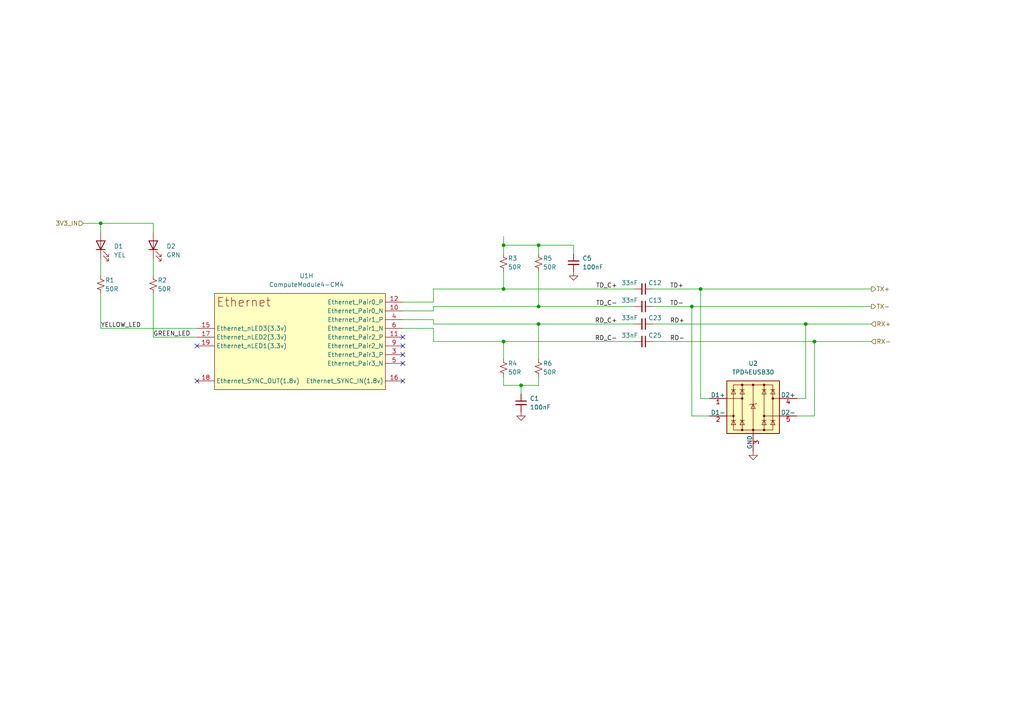
<source format=kicad_sch>
(kicad_sch (version 20231120) (generator "eeschema") (generator_version "8.0")
  (paper "A4")
  (lib_symbols
    (symbol "Device:C_Small" (pin_numbers hide) (pin_names (offset 0.254) hide)
      (property "Reference" "C" (at 0.254 1.778 0))
      (property "Value" "C_Small" (at 0.254 -2.032 0))
      (symbol "C_Small_0_1"
        (polyline (pts (xy -1.524 -0.508) (xy 1.524 -0.508)) (stroke (width 0.3302)))
        (polyline (pts (xy -1.524 0.508) (xy 1.524 0.508)) (stroke (width 0.3048)))
      )
      (symbol "C_Small_1_1"
        (pin passive line (at 0 2.54 270) (length 2.032) (name "~") (number "1"))
        (pin passive line (at 0 -2.54 90) (length 2.032) (name "~") (number "2"))
      )
    )
    (symbol "Device:LED" (pin_numbers hide) (pin_names (offset 1.016) hide)
      (property "Reference" "D" (at 0 2.54 0))
      (property "Value" "LED" (at 0 -2.54 0))
      (symbol "LED_0_1"
        (polyline (pts (xy -1.27 -1.27) (xy -1.27 1.27)) (stroke (width 0.254)))
        (polyline (pts (xy -1.27 0) (xy 1.27 0)))
        (polyline (pts (xy 1.27 -1.27) (xy 1.27 1.27) (xy -1.27 0) (xy 1.27 -1.27)) (stroke (width 0.254)))
        (polyline (pts (xy -3.048 -0.762) (xy -4.572 -2.286) (xy -3.81 -2.286) (xy -4.572 -2.286) (xy -4.572 -1.524)))
        (polyline (pts (xy -1.778 -0.762) (xy -3.302 -2.286) (xy -2.54 -2.286) (xy -3.302 -2.286) (xy -3.302 -1.524)))
      )
      (symbol "LED_1_1"
        (pin passive line (at -3.81 0 0) (length 2.54) (name "K") (number "1"))
        (pin passive line (at 3.81 0 180) (length 2.54) (name "A") (number "2"))
      )
    )
    (symbol "Device:R_Small_US" (pin_numbers hide) (pin_names (offset 0.254) hide)
      (property "Reference" "R" (at 0.762 0.508 0))
      (property "Value" "R_Small_US" (at 0.762 -1.016 0))
      (symbol "R_Small_US_1_1"
        (polyline (pts (xy 0 0) (xy 1.016 -0.381) (xy 0 -0.762) (xy -1.016 -1.143) (xy 0 -1.524)))
        (polyline (pts (xy 0 1.524) (xy 1.016 1.143) (xy 0 0.762) (xy -1.016 0.381) (xy 0 0)))
        (pin passive line (at 0 2.54 270) (length 1.016) (name "~") (number "1"))
        (pin passive line (at 0 -2.54 90) (length 1.016) (name "~") (number "2"))
      )
    )
    (symbol "Module_cm4:ComputeModule4-CM4"
      (property "Reference" "U1" (at 22.86 5.08 0))
      (property "Value" "ComputeModule4-CM4" (at 22.86 2.54 0))
      (symbol "ComputeModule4-CM4_1_1"
        (rectangle (start 0 0) (end 78.74 -78.74) (fill (type background)))
        (text "GPIO" (at 72.644 -3.556 0) (effects (font (size 2.54 2.54))))
        (pin passive line (at -49.53 -7.62 0) (length 5.08) hide (name "Reserved") (number "104"))
        (pin passive line (at -49.53 -10.16 0) (length 5.08) hide (name "Reserved") (number "106"))
        (pin passive line (at -5.08 -68.58 0) (length 5.08) (name "GPIO26/SD0_DAT2/DPI_D22/SD1_DAT2/ARM_TDI/SPI5_CE1_N") (number "24"))
        (pin passive line (at -5.08 -55.88 0) (length 5.08) (name "GPIO21/PCM_DOUT/SD13/DPI_D17/SPI6_SCLK/SPI1_SCLK/GPCLK1") (number "25"))
        (pin passive line (at -5.08 -50.8 0) (length 5.08) (name "GPIO19/PCM_FS/SD11/DPI_D15/SPI6_MISO/SPI1_MISO/PWM0_1") (number "26"))
        (pin passive line (at -5.08 -53.34 0) (length 5.08) (name "GPIO20/PCM_DIN/SD12/DPI_D16/SPI6_MOSI/SPI1_MOSI/GPCLK0") (number "27"))
        (pin passive line (at -5.08 -35.56 0) (length 5.08) (name "GPIO13/PWM0_1/SD5/DPI_D9/SPI5_MISO/RXD5/SCL5") (number "28"))
        (pin passive line (at -5.08 -43.18 0) (length 5.08) (name "GPIO16/SD8/DPI_D12/CTS0/SPI1_CE2_N/CTS1") (number "29"))
        (pin passive line (at -5.08 -17.78 0) (length 5.08) (name "GPIO6/GPCLK2/SDE_N/SE/DPI_D2/SPI4_MOSI/CTS3/SDA4") (number "30"))
        (pin passive line (at -5.08 -33.02 0) (length 5.08) (name "GPIO12/PWM0_0/SD4/DPI_D8/SPI5_CE0_N/TXD5/SDA5") (number "31"))
        (pin passive line (at -5.08 -15.24 0) (length 5.08) (name "GPIO5/GPCLK1/SA0/DPI_D1/SPI4_MISO/RXD3/SCL3") (number "34"))
        (pin passive line (at -5.08 -5.08 0) (length 5.08) (name "GPIO1/SCL0/SA4/DE/SPI3_MISO/RXD2/SCL6") (number "35"))
        (pin passive line (at -5.08 -2.54 0) (length 5.08) (name "GPIO0/SDA0/SA5/PCLK/SPI3_CE0_N/TXD2/SDA6") (number "36"))
        (pin passive line (at -5.08 -20.32 0) (length 5.08) (name "GPIO7/SPI0_CE1_N/SWE_N/SRW_N/DPI_D3/SPI4_SCLK/RTS3/SCL4") (number "37"))
        (pin passive line (at -5.08 -30.48 0) (length 5.08) (name "GPIO11/SPI0_SCLK/SD3/DPI_D7/BSCSL_SCL/BSCSL_SCLK/RTS4/SCL5") (number "38"))
        (pin passive line (at -5.08 -22.86 0) (length 5.08) (name "GPIO8/SPI0_CE0_N/SD0/DPI_D4/BSCSL_CE_N/TXD4/SDA4") (number "39"))
        (pin passive line (at -5.08 -25.4 0) (length 5.08) (name "GPIO9/SPI0_MISO/SD1/DPI_D5/BSCSL_MISO/RXD4/SCL4") (number "40"))
        (pin passive line (at -5.08 -66.04 0) (length 5.08) (name "GPIO25/SD0_DAT1/SD17/DPI_D21/SD1_DAT1/ARM_TCK/SPI4_CE1_N") (number "41"))
        (pin passive line (at -5.08 -27.94 0) (length 5.08) (name "GPIO10/SPI0_MOSI/SD2/DPI_D6/BSCSL_SDA/BSCSL_MOSI/CTS4/SDA5") (number "44"))
        (pin passive line (at -5.08 -63.5 0) (length 5.08) (name "GPIO24/SD0_DAT0/SD16/DPI_D20/SD1_DAT0/ARM_TD0/SPI3_CE1_N") (number "45"))
        (pin passive line (at -5.08 -58.42 0) (length 5.08) (name "GPIO22/SDO_CLK/SD14/DPI_D18/SD1_CLK/ARM_TRST/SDA6") (number "46"))
        (pin passive line (at -5.08 -60.96 0) (length 5.08) (name "GPIO23/SD0_CMD/SD15/DPI_D19/SD1_CMD/ARM_RTCK/SCL6") (number "47"))
        (pin passive line (at -5.08 -71.12 0) (length 5.08) (name "GPIO27/SD0_DAT3/DPI_D23/SD1_DAT3/ARM_TMS/SPI6_CE1_N") (number "48"))
        (pin passive line (at -5.08 -48.26 0) (length 5.08) (name "GPIO18/PCM_CLK/SD10/DPI_D14/SPI6_CE0_N/SPI1_CE0_N/PWM0_0") (number "49"))
        (pin passive line (at -5.08 -45.72 0) (length 5.08) (name "GPIO17/SD9/DPI_D13/RTS0/SPI1_CE1_N/RTS1") (number "50"))
        (pin passive line (at -5.08 -40.64 0) (length 5.08) (name "GPIO15/RXD0/SD7/DPI_D11/SPI5_SCLK/RTS5/RXD1") (number "51"))
        (pin passive line (at -5.08 -12.7 0) (length 5.08) (name "GPIO4/GPCLK0/SA1/DPI_D0/SPI4_CE0_N/TXD3/SDA3") (number "54"))
        (pin passive line (at -5.08 -38.1 0) (length 5.08) (name "GPIO14/TXD0/SD6/DPI_D10/SPI5_MOSI/CTS5/TXD1") (number "55"))
        (pin passive line (at -5.08 -10.16 0) (length 5.08) (name "GPIO3/SCL1/SA2/LCD_HSYNC/SPI3_SCLK/RTS2/SCL3") (number "56"))
        (pin passive line (at -5.08 -7.62 0) (length 5.08) (name "GPIO2/SDA1/SA3/LCD_VSYNC/SPI3_MOSI/CTS2/SDA3") (number "58"))
        (pin passive line (at -5.08 -76.2 0) (length 5.08) (name "GPIO45/PWM0_1/SCL0/SCL1/SPI0_CE2_N/SD_CARD_PWR0") (number "80"))
        (pin passive line (at -5.08 -73.66 0) (length 5.08) (name "GPIO44/GPCLK1/SDA0/SDA1/SPI0_CE1_N/SD_CARD_VOLT") (number "82"))
      )
      (symbol "ComputeModule4-CM4_2_1"
        (rectangle (start 0 0) (end 34.29 -44.45) (fill (type background)))
        (text "HDMI" (at 17.526 -22.606 900) (effects (font (size 2.54 2.54))))
        (pin input line (at -5.08 -35.56 0) (length 5.08) (name "HDMI1_HOTPLUG") (number "143"))
        (pin bidirectional line (at -5.08 -39.37 0) (length 5.08) (name "HDMI1_SDA") (number "145"))
        (pin output line (at -5.08 -2.54 0) (length 5.08) (name "HDMI1_TX2_P") (number "146"))
        (pin open_collector line (at -5.08 -41.91 0) (length 5.08) (name "HDMI1_SCL") (number "147"))
        (pin output line (at -5.08 -5.08 0) (length 5.08) (name "HDMI1_TX2_N") (number "148"))
        (pin open_collector line (at -5.08 -33.02 0) (length 5.08) (name "HDMI1_CEC") (number "149"))
        (pin open_collector line (at 39.37 -33.02 180) (length 5.08) (name "HDMI0_CEC") (number "151"))
        (pin output line (at -5.08 -10.16 0) (length 5.08) (name "HDMI1_TX1_P") (number "152"))
        (pin input line (at 39.37 -35.56 180) (length 5.08) (name "HDMI0_HOTPLUG") (number "153"))
        (pin output line (at -5.08 -12.7 0) (length 5.08) (name "HDMI1_TX1_N") (number "154"))
        (pin output line (at -5.08 -17.78 0) (length 5.08) (name "HDMI1_TX0_P") (number "158"))
        (pin output line (at -5.08 -20.32 0) (length 5.08) (name "HDMI1_TX0_N") (number "160"))
        (pin output line (at -5.08 -25.4 0) (length 5.08) (name "HDMI1_CLK_P") (number "164"))
        (pin output line (at -5.08 -27.94 0) (length 5.08) (name "HDMI1_CLK_N") (number "166"))
        (pin output line (at 39.37 -2.54 180) (length 5.08) (name "HDMI0_TX2_P") (number "170"))
        (pin output line (at 39.37 -5.08 180) (length 5.08) (name "HDMI0_TX2_N") (number "172"))
        (pin output line (at 39.37 -10.16 180) (length 5.08) (name "HDMI0_TX1_P") (number "176"))
        (pin output line (at 39.37 -12.7 180) (length 5.08) (name "HDMI0_TX1_N") (number "178"))
        (pin output line (at 39.37 -17.78 180) (length 5.08) (name "HDMI0_TX0_P") (number "182"))
        (pin output line (at 39.37 -20.32 180) (length 5.08) (name "HDMI0_TX0_N") (number "184"))
        (pin output line (at 39.37 -25.4 180) (length 5.08) (name "HDMI0_CLK_P") (number "188"))
        (pin output line (at 39.37 -27.94 180) (length 5.08) (name "HDMI0_CLK_N") (number "190"))
        (pin bidirectional line (at 39.37 -39.37 180) (length 5.08) (name "HDMI0_SDA") (number "199"))
        (pin open_collector line (at 39.37 -41.91 180) (length 5.08) (name "HDMI0_SCL") (number "200"))
      )
      (symbol "ComputeModule4-CM4_3_1"
        (rectangle (start 0 0) (end 17.78 -68.58) (fill (type background)))
        (text "GND" (at 9.144 -33.02 900) (effects (font (size 2.54 2.54))))
        (pin power_in line (at -5.08 -2.54 0) (length 5.08) (name "GND") (number "1"))
        (pin power_in line (at -5.08 -58.42 0) (length 5.08) (name "GND") (number "107"))
        (pin power_in line (at -5.08 -55.88 0) (length 5.08) (name "GND") (number "108"))
        (pin power_in line (at -5.08 -60.96 0) (length 5.08) (name "GND") (number "113"))
        (pin power_in line (at -5.08 -63.5 0) (length 5.08) (name "GND") (number "114"))
        (pin power_in line (at -5.08 -66.04 0) (length 5.08) (name "GND") (number "119"))
        (pin power_in line (at 22.86 -2.54 180) (length 5.08) (name "GND") (number "120"))
        (pin power_in line (at 22.86 -5.08 180) (length 5.08) (name "GND") (number "125"))
        (pin power_in line (at 22.86 -7.62 180) (length 5.08) (name "GND") (number "126"))
        (pin power_in line (at -5.08 -12.7 0) (length 5.08) (name "GND") (number "13"))
        (pin power_in line (at 22.86 -10.16 180) (length 5.08) (name "GND") (number "131"))
        (pin power_in line (at 22.86 -12.7 180) (length 5.08) (name "GND") (number "132"))
        (pin power_in line (at 22.86 -15.24 180) (length 5.08) (name "GND") (number "137"))
        (pin power_in line (at 22.86 -17.78 180) (length 5.08) (name "GND") (number "138"))
        (pin power_in line (at -5.08 -15.24 0) (length 5.08) (name "GND") (number "14"))
        (pin power_in line (at 22.86 -20.32 180) (length 5.08) (name "GND") (number "144"))
        (pin power_in line (at 22.86 -22.86 180) (length 5.08) (name "GND") (number "150"))
        (pin power_in line (at 22.86 -25.4 180) (length 5.08) (name "GND") (number "155"))
        (pin power_in line (at 22.86 -27.94 180) (length 5.08) (name "GND") (number "156"))
        (pin power_in line (at 22.86 -30.48 180) (length 5.08) (name "GND") (number "161"))
        (pin power_in line (at 22.86 -33.02 180) (length 5.08) (name "GND") (number "162"))
        (pin power_in line (at 22.86 -35.56 180) (length 5.08) (name "GND") (number "167"))
        (pin power_in line (at 22.86 -38.1 180) (length 5.08) (name "GND") (number "168"))
        (pin power_in line (at 22.86 -40.64 180) (length 5.08) (name "GND") (number "173"))
        (pin power_in line (at 22.86 -43.18 180) (length 5.08) (name "GND") (number "174"))
        (pin power_in line (at 22.86 -45.72 180) (length 5.08) (name "GND") (number "179"))
        (pin power_in line (at 22.86 -48.26 180) (length 5.08) (name "GND") (number "180"))
        (pin power_in line (at 22.86 -50.8 180) (length 5.08) (name "GND") (number "185"))
        (pin power_in line (at 22.86 -53.34 180) (length 5.08) (name "GND") (number "186"))
        (pin power_in line (at 22.86 -55.88 180) (length 5.08) (name "GND") (number "191"))
        (pin power_in line (at 22.86 -58.42 180) (length 5.08) (name "GND") (number "192"))
        (pin power_in line (at 22.86 -60.96 180) (length 5.08) (name "GND") (number "197"))
        (pin power_in line (at 22.86 -63.5 180) (length 5.08) (name "GND") (number "198"))
        (pin power_in line (at -5.08 -5.08 0) (length 5.08) (name "GND") (number "2"))
        (pin power_in line (at -5.08 -17.78 0) (length 5.08) (name "GND") (number "22"))
        (pin power_in line (at -5.08 -20.32 0) (length 5.08) (name "GND") (number "23"))
        (pin power_in line (at -5.08 -22.86 0) (length 5.08) (name "GND") (number "32"))
        (pin power_in line (at -5.08 -25.4 0) (length 5.08) (name "GND") (number "33"))
        (pin power_in line (at -5.08 -27.94 0) (length 5.08) (name "GND") (number "42"))
        (pin power_in line (at -5.08 -30.48 0) (length 5.08) (name "GND") (number "43"))
        (pin power_in line (at -5.08 -33.02 0) (length 5.08) (name "GND") (number "52"))
        (pin power_in line (at -5.08 -35.56 0) (length 5.08) (name "GND") (number "53"))
        (pin power_in line (at -5.08 -38.1 0) (length 5.08) (name "GND") (number "59"))
        (pin power_in line (at -5.08 -40.64 0) (length 5.08) (name "GND") (number "60"))
        (pin power_in line (at -5.08 -43.18 0) (length 5.08) (name "GND") (number "65"))
        (pin power_in line (at -5.08 -45.72 0) (length 5.08) (name "GND") (number "66"))
        (pin power_in line (at -5.08 -7.62 0) (length 5.08) (name "GND") (number "7"))
        (pin power_in line (at -5.08 -48.26 0) (length 5.08) (name "GND") (number "71"))
        (pin power_in line (at -5.08 -50.8 0) (length 5.08) (name "GND") (number "74"))
        (pin power_in line (at -5.08 -10.16 0) (length 5.08) (name "GND") (number "8"))
        (pin power_in line (at -5.08 -53.34 0) (length 5.08) (name "GND") (number "98"))
      )
      (symbol "ComputeModule4-CM4_4_1"
        (rectangle (start 0 0) (end 22.86 -31.75) (fill (type background)))
        (text "PCIe" (at 17.78 -2.794 0) (effects (font (size 2.54 2.54))))
        (pin input line (at -5.08 -25.4 0) (length 5.08) (name "PCIe_CLK_nREQ") (number "102"))
        (pin bidirectional line (at -5.08 -27.94 0) (length 5.08) (name "PCIe_nRST") (number "109"))
        (pin output line (at -5.08 -17.78 0) (length 5.08) (name "PCIe_CLK_P") (number "110"))
        (pin output line (at -5.08 -20.32 0) (length 5.08) (name "PCIe_CLK_N") (number "112"))
        (pin input line (at -5.08 -2.54 0) (length 5.08) (name "PCIe_RX_P") (number "116"))
        (pin input line (at -5.08 -5.08 0) (length 5.08) (name "PCIe_RX_N") (number "118"))
        (pin output line (at -5.08 -10.16 0) (length 5.08) (name "PCIe_TX_P") (number "122"))
        (pin output line (at -5.08 -12.7 0) (length 5.08) (name "PCIe_TX_N") (number "124"))
      )
      (symbol "ComputeModule4-CM4_5_1"
        (rectangle (start 0 0) (end 30.48 -38.1) (fill (type background)))
        (text "Cameras" (at 8.89 -35.56 0) (effects (font (size 2.54 2.54))))
        (pin input line (at 35.56 -2.54 180) (length 5.08) (name "CAM1_D0_N") (number "115"))
        (pin input line (at 35.56 -5.08 180) (length 5.08) (name "CAM1_D0_P") (number "117"))
        (pin input line (at 35.56 -10.16 180) (length 5.08) (name "CAM1_D1_N") (number "121"))
        (pin input line (at 35.56 -12.7 180) (length 5.08) (name "CAM1_D1_P") (number "123"))
        (pin input line (at 35.56 -17.78 180) (length 5.08) (name "CAM1_C_N") (number "127"))
        (pin input line (at -5.08 -2.54 0) (length 5.08) (name "CAM0_D0_N") (number "128"))
        (pin input line (at 35.56 -20.32 180) (length 5.08) (name "CAM1_C_P") (number "129"))
        (pin input line (at -5.08 -5.08 0) (length 5.08) (name "CAM0_D0_P") (number "130"))
        (pin input line (at 35.56 -25.4 180) (length 5.08) (name "CAM1_D2_N") (number "133"))
        (pin input line (at -5.08 -10.16 0) (length 5.08) (name "CAM0_D1_N") (number "134"))
        (pin input line (at 35.56 -27.94 180) (length 5.08) (name "CAM1_D2_P") (number "135"))
        (pin input line (at -5.08 -12.7 0) (length 5.08) (name "CAM0_D1_P") (number "136"))
        (pin input line (at 35.56 -33.02 180) (length 5.08) (name "CAM1_D3_N") (number "139"))
        (pin input line (at -5.08 -17.78 0) (length 5.08) (name "CAM0_C_N") (number "140"))
        (pin input line (at 35.56 -35.56 180) (length 5.08) (name "CAM1_D3_P") (number "141"))
        (pin input line (at -5.08 -20.32 0) (length 5.08) (name "CAM0_C_P") (number "142"))
        (pin passive line (at -5.08 -25.4 0) (length 5.08) (name "Camera_GPIO") (number "97"))
      )
      (symbol "ComputeModule4-CM4_6_1"
        (rectangle (start 0 0) (end 30.48 -38.1) (fill (type background)))
        (text "DSI" (at 3.302 -35.814 0) (effects (font (size 2.54 2.54))))
        (pin output line (at -5.08 -2.54 0) (length 5.08) (name "DSI0_D0_N") (number "157"))
        (pin output line (at -5.08 -5.08 0) (length 5.08) (name "DSI0_D0_P") (number "159"))
        (pin output line (at -5.08 -10.16 0) (length 5.08) (name "DSI0_D1_N") (number "163"))
        (pin output line (at -5.08 -12.7 0) (length 5.08) (name "DSI0_D1_P") (number "165"))
        (pin output line (at -5.08 -17.78 0) (length 5.08) (name "DSI0_C_N") (number "169"))
        (pin output line (at -5.08 -20.32 0) (length 5.08) (name "DSI0_C_P") (number "171"))
        (pin output line (at 35.56 -2.54 180) (length 5.08) (name "DSI1_D0_N") (number "175"))
        (pin output line (at 35.56 -5.08 180) (length 5.08) (name "DSI1_D0_P") (number "177"))
        (pin output line (at 35.56 -10.16 180) (length 5.08) (name "DSI1_D1_N") (number "181"))
        (pin output line (at 35.56 -12.7 180) (length 5.08) (name "DSI1_D1_P") (number "183"))
        (pin output line (at 35.56 -33.02 180) (length 5.08) (name "DSI1_C_N") (number "187"))
        (pin output line (at 35.56 -35.56 180) (length 5.08) (name "DSI1_C_P") (number "189"))
        (pin output line (at 35.56 -17.78 180) (length 5.08) (name "DSI1_D2_N") (number "193"))
        (pin output line (at 35.56 -25.4 180) (length 5.08) (name "DSI1_D3_N") (number "194"))
        (pin output line (at 35.56 -20.32 180) (length 5.08) (name "DSI1_D2_P") (number "195"))
        (pin output line (at 35.56 -27.94 180) (length 5.08) (name "DSI1_D3_P") (number "196"))
      )
      (symbol "ComputeModule4-CM4_7_1"
        (rectangle (start 0 0) (end 45.72 -20.32) (fill (type background)))
        (text "Power" (at 21.336 -5.334 0) (effects (font (size 2.54 2.54))))
        (pin power_in line (at -5.08 -2.54 0) (length 5.08) (name "+5v_(Input)") (number "77"))
        (pin power_in line (at 50.8 -10.16 180) (length 5.08) (name "GPIO_VREF(1.8v/3.3v_Input)") (number "78"))
        (pin power_in line (at -5.08 -5.08 0) (length 5.08) (name "+5v_(Input)") (number "79"))
        (pin power_in line (at -5.08 -7.62 0) (length 5.08) (name "+5v_(Input)") (number "81"))
        (pin power_in line (at -5.08 -10.16 0) (length 5.08) (name "+5v_(Input)") (number "83"))
        (pin power_out line (at 50.8 -15.24 180) (length 5.08) (name "+3.3v_(Output)") (number "84"))
        (pin power_in line (at -5.08 -12.7 0) (length 5.08) (name "+5v_(Input)") (number "85"))
        (pin power_out line (at 50.8 -17.78 180) (length 5.08) (name "+3.3v_(Output)") (number "86"))
        (pin power_in line (at -5.08 -15.24 0) (length 5.08) (name "+5v_(Input)") (number "87"))
        (pin power_out line (at 50.8 -2.54 180) (length 5.08) (name "+1.8v_(Output)") (number "88"))
        (pin power_out line (at 50.8 -5.08 180) (length 5.08) (name "+1.8v_(Output)") (number "90"))
      )
      (symbol "ComputeModule4-CM4_8_1"
        (rectangle (start 0 0) (end 49.53 -27.94) (fill (type background)))
        (text "Ethernet" (at 49.022 -2.54 0) (effects (font (size 2.54 2.54)) (justify right)))
        (pin passive line (at -5.08 -5.08 0) (length 5.08) (name "Ethernet_Pair0_N") (number "10"))
        (pin passive line (at -5.08 -12.7 0) (length 5.08) (name "Ethernet_Pair2_P") (number "11"))
        (pin passive line (at -5.08 -2.54 0) (length 5.08) (name "Ethernet_Pair0_P") (number "12"))
        (pin output line (at 54.61 -10.16 180) (length 5.08) (name "Ethernet_nLED3(3.3v)") (number "15"))
        (pin input line (at -5.08 -25.4 0) (length 5.08) (name "Ethernet_SYNC_IN(1.8v)") (number "16"))
        (pin output line (at 54.61 -12.7 180) (length 5.08) (name "Ethernet_nLED2(3.3v)") (number "17"))
        (pin output line (at 54.61 -25.4 180) (length 5.08) (name "Ethernet_SYNC_OUT(1.8v)") (number "18"))
        (pin output line (at 54.61 -15.24 180) (length 5.08) (name "Ethernet_nLED1(3.3v)") (number "19"))
        (pin passive line (at -5.08 -17.78 0) (length 5.08) (name "Ethernet_Pair3_P") (number "3"))
        (pin passive line (at -5.08 -7.62 0) (length 5.08) (name "Ethernet_Pair1_P") (number "4"))
        (pin passive line (at -5.08 -20.32 0) (length 5.08) (name "Ethernet_Pair3_N") (number "5"))
        (pin passive line (at -5.08 -10.16 0) (length 5.08) (name "Ethernet_Pair1_N") (number "6"))
        (pin passive line (at -5.08 -15.24 0) (length 5.08) (name "Ethernet_Pair2_N") (number "9"))
      )
      (symbol "ComputeModule4-CM4_9_1"
        (rectangle (start 0 0) (end 19.05 -35.56) (fill (type background)))
        (text "NB SD signals are only available" (at 9.906 -39.878 0) (effects (font (size 1.27 1.27))))
        (text "on modules without eMMC" (at 8.382 -42.926 0) (effects (font (size 1.27 1.27))))
        (text "Only On CM4Lite" (at 8.636 -37.084 0) (effects (font (size 1.27 1.27))))
        (text "SD" (at 16.002 -2.54 0) (effects (font (size 2.54 2.54))))
        (pin passive line (at -5.08 -10.16 0) (length 5.08) (name "SD_CLK") (number "57"))
        (pin passive line (at -5.08 -5.08 0) (length 5.08) (name "SD_DAT3") (number "61"))
        (pin passive line (at -5.08 -7.62 0) (length 5.08) (name "SD_CMD") (number "62"))
        (pin passive line (at -5.08 -12.7 0) (length 5.08) (name "SD_DAT0") (number "63"))
        (pin passive line (at -5.08 -17.78 0) (length 5.08) (name "SD_DAT5") (number "64"))
        (pin passive line (at -5.08 -15.24 0) (length 5.08) (name "SD_DAT1") (number "67"))
        (pin passive line (at -5.08 -20.32 0) (length 5.08) (name "SD_DAT4") (number "68"))
        (pin passive line (at -5.08 -2.54 0) (length 5.08) (name "SD_DAT2") (number "69"))
        (pin passive line (at -5.08 -22.86 0) (length 5.08) (name "SD_DAT7") (number "70"))
        (pin passive line (at -5.08 -25.4 0) (length 5.08) (name "SD_DAT6") (number "72"))
        (pin input line (at -5.08 -27.94 0) (length 5.08) (name "SD_VDD_Override") (number "73"))
        (pin output line (at -5.08 -30.48 0) (length 5.08) (name "SD_PWR_ON") (number "75"))
        (pin passive line (at -5.08 -33.02 0) (length 5.08) (name "Reserved") (number "76"))
      )
      (symbol "ComputeModule4-CM4_10_1"
        (rectangle (start 0 0) (end 26.67 -33.02) (fill (type background)))
        (text "Boot &\nStatus" (at 19.304 -4.318 0) (effects (font (size 2.54 2.54))))
        (pin output line (at -5.08 -10.16 0) (length 5.08) (name "nEXTRST") (number "100"))
        (pin passive line (at -5.08 -30.48 0) (length 5.08) (name "VDAC_COMP") (number "111"))
        (pin passive line (at -5.08 -25.4 0) (length 5.08) (name "EEPROM_nWP") (number "20"))
        (pin open_collector line (at -5.08 -27.94 0) (length 5.08) (name "PI_nLED_Activity") (number "21"))
        (pin power_in line (at -5.08 -20.32 0) (length 5.08) (name "WiFi_nDisable") (number "89"))
        (pin power_in line (at -5.08 -22.86 0) (length 5.08) (name "BT_nDisable") (number "91"))
        (pin passive line (at -5.08 -2.54 0) (length 5.08) (name "RUN_PG") (number "92"))
        (pin input line (at -5.08 -17.78 0) (length 5.08) (name "nRPIBOOT") (number "93"))
        (pin passive line (at -5.08 -5.08 0) (length 5.08) (name "AnalogIP1") (number "94"))
        (pin output line (at -5.08 -15.24 0) (length 5.08) (name "nPI_LED_PWR") (number "95"))
        (pin passive line (at -5.08 -7.62 0) (length 5.08) (name "AnalogIP0") (number "96"))
        (pin input line (at -5.08 -12.7 0) (length 5.08) (name "Global_EN") (number "99"))
      )
      (symbol "ComputeModule4-CM4_11_1"
        (rectangle (start 0 0) (end 24.13 -10.16) (fill (type background)))
        (text "USB" (at 19.558 -5.334 0) (effects (font (size 2.54 2.54))))
        (pin input line (at -5.08 -2.54 0) (length 5.08) (name "USB_OTG_ID") (number "101"))
        (pin passive line (at -5.08 -5.08 0) (length 5.08) (name "USB2_N") (number "103"))
        (pin passive line (at 29.21 -5.08 180) (length 5.08) hide (name "Reserved") (number "104"))
        (pin passive line (at -5.08 -7.62 0) (length 5.08) (name "USB2_P") (number "105"))
        (pin passive line (at 29.21 -7.62 180) (length 5.08) hide (name "Reserved") (number "106"))
        (pin passive line (at 29.21 -2.54 180) (length 5.08) hide (name "Reserved") (number "76"))
      )
    )
    (symbol "Module_cm4:TPD4EUSB30" (pin_names (offset 0))
      (property "Reference" "U" (at -0.635 8.89 0))
      (property "Value" "TPD4EUSB30" (at 8.89 -10.16 0))
      (symbol "TPD4EUSB30_0_0"
        (rectangle (start -5.715 6.477) (end 5.715 -6.604))
        (polyline (pts (xy -3.175 -6.604) (xy -3.175 6.477)))
        (polyline (pts (xy 0 6.477) (xy 0 -6.604)))
        (polyline (pts (xy 3.175 6.477) (xy 3.175 -6.604)))
      )
      (symbol "TPD4EUSB30_0_1"
        (rectangle (start -7.62 7.62) (end 7.62 -7.62) (stroke (width 0.254)) (fill (type background)))
        (circle (center -5.715 -2.54) (radius 0.2794) (fill (type outline)))
        (circle (center -3.175 -6.604) (radius 0.2794) (fill (type outline)))
        (circle (center -3.175 2.54) (radius 0.2794) (fill (type outline)))
        (circle (center -3.175 6.477) (radius 0.2794) (fill (type outline)))
        (circle (center 0 -6.604) (radius 0.2794) (fill (type outline)))
        (polyline (pts (xy -7.747 2.54) (xy -3.175 2.54)))
        (polyline (pts (xy -7.62 -2.54) (xy -5.715 -2.54)))
        (polyline (pts (xy -5.08 -3.81) (xy -6.35 -3.81)))
        (polyline (pts (xy -5.08 5.08) (xy -6.35 5.08)))
        (polyline (pts (xy -2.54 -3.81) (xy -3.81 -3.81)))
        (polyline (pts (xy -2.54 5.08) (xy -3.81 5.08)))
        (polyline (pts (xy -0.635 0.889) (xy -1.016 0.635)))
        (polyline (pts (xy 0 -6.604) (xy 0 -7.62)))
        (polyline (pts (xy 0.635 0.889) (xy -0.635 0.889)))
        (polyline (pts (xy 0.635 0.889) (xy 1.016 1.143)))
        (polyline (pts (xy 3.81 -3.81) (xy 2.54 -3.81)))
        (polyline (pts (xy 3.81 5.08) (xy 2.54 5.08)))
        (polyline (pts (xy 6.35 -3.81) (xy 5.08 -3.81)))
        (polyline (pts (xy 6.35 5.08) (xy 5.08 5.08)))
        (polyline (pts (xy 7.62 -2.54) (xy 3.175 -2.54)))
        (polyline (pts (xy 7.62 2.54) (xy 5.715 2.54)))
        (polyline (pts (xy -5.08 -5.08) (xy -6.35 -5.08) (xy -5.715 -3.81) (xy -5.08 -5.08)))
        (polyline (pts (xy -5.08 3.81) (xy -6.35 3.81) (xy -5.715 5.08) (xy -5.08 3.81)))
        (polyline (pts (xy -2.54 -5.08) (xy -3.81 -5.08) (xy -3.175 -3.81) (xy -2.54 -5.08)))
        (polyline (pts (xy -2.54 3.81) (xy -3.81 3.81) (xy -3.175 5.08) (xy -2.54 3.81)))
        (polyline (pts (xy 0.635 -0.381) (xy -0.635 -0.381) (xy 0 0.889) (xy 0.635 -0.381)))
        (polyline (pts (xy 3.81 -5.08) (xy 2.54 -5.08) (xy 3.175 -3.81) (xy 3.81 -5.08)))
        (polyline (pts (xy 3.81 3.81) (xy 2.54 3.81) (xy 3.175 5.08) (xy 3.81 3.81)))
        (polyline (pts (xy 6.35 -5.08) (xy 5.08 -5.08) (xy 5.715 -3.81) (xy 6.35 -5.08)))
        (polyline (pts (xy 6.35 3.81) (xy 5.08 3.81) (xy 5.715 5.08) (xy 6.35 3.81)))
        (circle (center 0 6.477) (radius 0.2794) (fill (type outline)))
        (circle (center 3.175 -6.604) (radius 0.2794) (fill (type outline)))
        (circle (center 3.175 -2.54) (radius 0.2794) (fill (type outline)))
        (circle (center 3.175 6.477) (radius 0.2794) (fill (type outline)))
        (circle (center 5.715 2.54) (radius 0.2794) (fill (type outline)))
      )
      (symbol "TPD4EUSB30_1_1"
        (pin passive line (at -12.7 2.54 0) (length 5.08) (name "D1+") (number "1"))
        (pin passive line (at -12.7 2.54 0) (length 5.08) hide (name "~") (number "10"))
        (pin passive line (at -12.7 -2.54 0) (length 5.08) (name "D1-") (number "2"))
        (pin power_in line (at 0 -12.7 90) (length 5.08) (name "GND") (number "3"))
        (pin passive line (at 12.7 2.54 180) (length 5.08) (name "D2+") (number "4"))
        (pin passive line (at 12.7 -2.54 180) (length 5.08) (name "D2-") (number "5"))
        (pin passive line (at 12.7 -2.54 180) (length 5.08) hide (name "~") (number "6"))
        (pin passive line (at 12.7 2.54 180) (length 5.08) hide (name "~") (number "7"))
        (pin passive line (at 0 -12.7 90) (length 5.08) hide (name "GND") (number "8"))
        (pin passive line (at -12.7 -2.54 0) (length 5.08) hide (name "~") (number "9"))
      )
    )
    (symbol "power:GND" (power) (pin_numbers hide) (pin_names (offset 0) hide)
      (property "Value" "GND" (at 0 -3.81 0))
      (symbol "GND_0_1"
        (polyline (pts (xy 0 0) (xy 0 -1.27) (xy 1.27 -1.27) (xy 0 -2.54) (xy -1.27 -1.27) (xy 0 -1.27)))
      )
      (symbol "GND_1_1"
        (pin power_in line (at 0 0 270) (length 0) (name "~") (number "1"))
      )
    )
  )
  (junction (at 156.21 71.12))
  (junction (at 233.68 93.98))
  (junction (at 156.21 93.98))
  (junction (at 146.05 83.82))
  (junction (at 146.05 71.12))
  (junction (at 203.2 83.82))
  (junction (at 200.66 88.9))
  (junction (at 156.21 88.9))
  (junction (at 151.13 111.76))
  (junction (at 146.05 99.06))
  (junction (at 236.22 99.06))
  (junction (at 29.21 64.77))
  (no_connect (at 116.84 110.49))
  (no_connect (at 57.15 100.33))
  (no_connect (at 116.84 102.87))
  (no_connect (at 116.84 105.41))
  (no_connect (at 57.15 110.49))
  (no_connect (at 116.84 97.79))
  (no_connect (at 116.84 100.33))
  (wire (pts (xy 44.45 85.09) (xy 44.45 97.79)))
  (wire (pts (xy 125.73 83.82) (xy 125.73 87.63)))
  (wire (pts (xy 156.21 93.98) (xy 156.21 104.14)))
  (wire (pts (xy 146.05 71.12) (xy 146.05 73.66)))
  (wire (pts (xy 184.15 88.9) (xy 156.21 88.9)))
  (wire (pts (xy 200.66 120.65) (xy 200.66 88.9)))
  (wire (pts (xy 231.14 120.65) (xy 236.22 120.65)))
  (wire (pts (xy 231.14 115.57) (xy 233.68 115.57)))
  (wire (pts (xy 233.68 93.98) (xy 252.73 93.98)))
  (wire (pts (xy 189.23 93.98) (xy 233.68 93.98)))
  (wire (pts (xy 205.74 120.65) (xy 200.66 120.65)))
  (wire (pts (xy 151.13 114.3) (xy 151.13 111.76)))
  (wire (pts (xy 200.66 88.9) (xy 252.73 88.9)))
  (wire (pts (xy 146.05 111.76) (xy 146.05 109.22)))
  (wire (pts (xy 146.05 99.06) (xy 125.73 99.06)))
  (wire (pts (xy 156.21 88.9) (xy 125.73 88.9)))
  (wire (pts (xy 189.23 88.9) (xy 200.66 88.9)))
  (wire (pts (xy 29.21 64.77) (xy 29.21 67.31)))
  (wire (pts (xy 125.73 99.06) (xy 125.73 95.25)))
  (wire (pts (xy 29.21 80.01) (xy 29.21 74.93)))
  (wire (pts (xy 156.21 93.98) (xy 184.15 93.98)))
  (wire (pts (xy 236.22 120.65) (xy 236.22 99.06)))
  (wire (pts (xy 236.22 99.06) (xy 252.73 99.06)))
  (wire (pts (xy 29.21 64.77) (xy 44.45 64.77)))
  (wire (pts (xy 29.21 95.25) (xy 57.15 95.25)))
  (wire (pts (xy 44.45 67.31) (xy 44.45 64.77)))
  (wire (pts (xy 156.21 88.9) (xy 156.21 78.74)))
  (wire (pts (xy 125.73 92.71) (xy 116.84 92.71)))
  (wire (pts (xy 233.68 93.98) (xy 233.68 115.57)))
  (wire (pts (xy 252.73 83.82) (xy 203.2 83.82)))
  (wire (pts (xy 205.74 115.57) (xy 203.2 115.57)))
  (wire (pts (xy 184.15 83.82) (xy 146.05 83.82)))
  (wire (pts (xy 156.21 73.66) (xy 156.21 71.12)))
  (wire (pts (xy 29.21 85.09) (xy 29.21 95.25)))
  (wire (pts (xy 146.05 83.82) (xy 125.73 83.82)))
  (wire (pts (xy 184.15 99.06) (xy 146.05 99.06)))
  (wire (pts (xy 156.21 93.98) (xy 125.73 93.98)))
  (wire (pts (xy 146.05 83.82) (xy 146.05 78.74)))
  (wire (pts (xy 125.73 95.25) (xy 116.84 95.25)))
  (wire (pts (xy 44.45 97.79) (xy 57.15 97.79)))
  (wire (pts (xy 151.13 111.76) (xy 146.05 111.76)))
  (wire (pts (xy 125.73 93.98) (xy 125.73 92.71)))
  (wire (pts (xy 146.05 99.06) (xy 146.05 104.14)))
  (wire (pts (xy 125.73 90.17) (xy 116.84 90.17)))
  (wire (pts (xy 24.13 64.77) (xy 29.21 64.77)))
  (wire (pts (xy 156.21 109.22) (xy 156.21 111.76)))
  (wire (pts (xy 125.73 87.63) (xy 116.84 87.63)))
  (wire (pts (xy 125.73 88.9) (xy 125.73 90.17)))
  (wire (pts (xy 203.2 83.82) (xy 203.2 115.57)))
  (wire (pts (xy 44.45 80.01) (xy 44.45 74.93)))
  (wire (pts (xy 166.37 71.12) (xy 156.21 71.12)))
  (wire (pts (xy 166.37 73.66) (xy 166.37 71.12)))
  (wire (pts (xy 189.23 99.06) (xy 236.22 99.06)))
  (wire (pts (xy 156.21 111.76) (xy 151.13 111.76)))
  (wire (pts (xy 146.05 71.12) (xy 156.21 71.12)))
  (wire (pts (xy 146.05 68.58) (xy 146.05 71.12)))
  (wire (pts (xy 189.23 83.82) (xy 203.2 83.82)))
  (label "TD_C+" (at 179.07 83.82 180))
  (label "TD-" (at 194.31 88.9 0))
  (label "RD_C-" (at 179.07 99.06 180))
  (label "TD_C-" (at 179.07 88.9 180))
  (label "RD-" (at 194.31 99.06 0))
  (label "RD_C+" (at 179.07 93.98 180))
  (label "YELLOW_LED" (at 29.21 95.25 0))
  (label "TD+" (at 194.31 83.82 0))
  (label "GREEN_LED" (at 44.45 97.79 0))
  (label "RD+" (at 194.31 93.98 0))
  (hierarchical_label "TX-" (shape output) (at 252.73 88.9 0))
  (hierarchical_label "RX-" (shape input) (at 252.73 99.06 0))
  (hierarchical_label "TX+" (shape output) (at 252.73 83.82 0))
  (hierarchical_label "3V3_IN" (shape input) (at 24.13 64.77 180))
  (hierarchical_label "RX+" (shape input) (at 252.73 93.98 0))
  (symbol (lib_id "Device:C_Small") (at 166.37 76.2 0) (unit 1)
    (property "Reference" "C5" (at 168.91 74.9362 0) (effects (justify left)))
    (property "Value" "100nF" (at 168.91 77.4762 0) (effects (justify left)))
    (property "Description" "Unpolarized capacitor, small symbol" (effects (hide yes)))
  )
  (symbol (lib_id "power:GND") (at 151.13 119.38 0) (unit 1)
    (property "Reference" "#PWR015" (effects (hide yes)))
    (property "Value" "GND" (effects (hide yes)))
    (property "Description" "Power symbol creates a global label with name \"GND\" , ground" (effects (hide yes)))
  )
  (symbol (lib_id "Module_cm4:TPD4EUSB30") (at 218.44 118.11 0) (unit 1)
    (property "Reference" "U2" (at 218.44 105.41 0))
    (property "Value" "TPD4EUSB30" (at 218.44 107.95 0))
    (property "Footprint" "Package_SON:USON-10_2.5x1.0mm_P0.5mm" (effects (hide yes)))
    (property "Datasheet" "http://www.ti.com/lit/ds/symlink/tpd2eusb30a.pdf" (effects (hide yes)))
    (property "Description" "4-Channel ESD Protection for Super-Speed USB 3.0 Interface, USON-10" (effects (hide yes)))
  )
  (symbol (lib_id "Device:R_Small_US") (at 156.21 106.68 0) (unit 1)
    (property "Reference" "R6" (at 157.48 105.41 0) (effects (justify left)))
    (property "Value" "50R" (at 157.48 107.95 0) (effects (justify left)))
    (property "Description" "Resistor, small US symbol" (effects (hide yes)))
  )
  (symbol (lib_id "Device:C_Small") (at 151.13 116.84 0) (unit 1)
    (property "Reference" "C1" (at 153.67 115.5762 0) (effects (justify left)))
    (property "Value" "100nF" (at 153.67 118.1162 0) (effects (justify left)))
    (property "Description" "Unpolarized capacitor, small symbol" (effects (hide yes)))
  )
  (symbol (lib_id "power:GND") (at 218.44 130.81 0) (unit 1)
    (property "Reference" "#PWR020" (effects (hide yes)))
    (property "Value" "GND" (effects (hide yes)))
    (property "Description" "Power symbol creates a global label with name \"GND\" , ground" (effects (hide yes)))
  )
  (symbol (lib_id "Module_cm4:ComputeModule4-CM4") (at 111.76 85.09 0) (mirror y) (unit 8)
    (property "Reference" "U1" (at 88.9 80.01 0))
    (property "Value" "ComputeModule4-CM4" (at 88.9 82.55 0))
    (property "Footprint" "Rocket_Electronics_Libraries:Raspberry-Pi-4-Compute-Module" (effects (hide yes)))
    (property "Datasheet" "https://datasheets.raspberrypi.com/cm4/cm4-datasheet.pdf" (effects (hide yes)))
    (property "1.8V Output Current" "600 mA" (effects (hide yes)))
    (property "3.3V Output Current" "600 mA" (effects (hide yes)))
  )
  (symbol (lib_id "Device:R_Small_US") (at 29.21 82.55 0) (unit 1)
    (property "Reference" "R1" (at 30.48 81.28 0) (effects (justify left)))
    (property "Value" "50R" (at 30.48 83.82 0) (effects (justify left)))
    (property "Description" "Resistor, small US symbol" (effects (hide yes)))
  )
  (symbol (lib_id "Device:LED") (at 29.21 71.12 90) (unit 1)
    (property "Reference" "D1" (at 33.02 71.4374 90) (effects (justify right)))
    (property "Value" "YEL" (at 33.02 73.9774 90) (effects (justify right)))
    (property "Description" "Light emitting diode" (effects (hide yes)))
  )
  (symbol (lib_id "Device:C_Small") (at 186.69 93.98 270) (mirror x) (unit 1)
    (property "Reference" "C23" (at 189.992 92.202 90))
    (property "Value" "33nF" (at 182.626 92.202 90))
    (property "Description" "Unpolarized capacitor, small symbol" (effects (hide yes)))
  )
  (symbol (lib_id "Device:R_Small_US") (at 156.21 76.2 0) (unit 1)
    (property "Reference" "R5" (at 157.48 74.93 0) (effects (justify left)))
    (property "Value" "50R" (at 157.48 77.47 0) (effects (justify left)))
    (property "Description" "Resistor, small US symbol" (effects (hide yes)))
  )
  (symbol (lib_id "Device:LED") (at 44.45 71.12 90) (unit 1)
    (property "Reference" "D2" (at 48.26 71.4374 90) (effects (justify right)))
    (property "Value" "GRN" (at 48.26 73.9774 90) (effects (justify right)))
    (property "Description" "Light emitting diode" (effects (hide yes)))
  )
  (symbol (lib_id "Device:R_Small_US") (at 44.45 82.55 0) (unit 1)
    (property "Reference" "R2" (at 45.72 81.28 0) (effects (justify left)))
    (property "Value" "50R" (at 45.72 83.82 0) (effects (justify left)))
    (property "Description" "Resistor, small US symbol" (effects (hide yes)))
  )
  (symbol (lib_id "power:GND") (at 166.37 78.74 0) (unit 1)
    (property "Reference" "#PWR016" (effects (hide yes)))
    (property "Value" "GND" (effects (hide yes)))
    (property "Description" "Power symbol creates a global label with name \"GND\" , ground" (effects (hide yes)))
  )
  (symbol (lib_id "Device:C_Small") (at 186.69 99.06 270) (mirror x) (unit 1)
    (property "Reference" "C25" (at 189.992 97.282 90))
    (property "Value" "33nF" (at 182.626 97.282 90))
    (property "Description" "Unpolarized capacitor, small symbol" (effects (hide yes)))
  )
  (symbol (lib_id "Device:R_Small_US") (at 146.05 76.2 0) (unit 1)
    (property "Reference" "R3" (at 147.32 74.93 0) (effects (justify left)))
    (property "Value" "50R" (at 147.32 77.47 0) (effects (justify left)))
    (property "Description" "Resistor, small US symbol" (effects (hide yes)))
  )
  (symbol (lib_id "Device:R_Small_US") (at 146.05 106.68 0) (unit 1)
    (property "Reference" "R4" (at 147.32 105.41 0) (effects (justify left)))
    (property "Value" "50R" (at 147.32 107.95 0) (effects (justify left)))
    (property "Description" "Resistor, small US symbol" (effects (hide yes)))
  )
  (symbol (lib_id "Device:C_Small") (at 186.69 83.82 270) (mirror x) (unit 1)
    (property "Reference" "C12" (at 189.992 82.042 90))
    (property "Value" "33nF" (at 182.626 82.042 90))
    (property "Description" "Unpolarized capacitor, small symbol" (effects (hide yes)))
  )
  (symbol (lib_id "Device:C_Small") (at 186.69 88.9 270) (mirror x) (unit 1)
    (property "Reference" "C13" (at 189.992 87.122 90))
    (property "Value" "33nF" (at 182.626 87.122 90))
    (property "Description" "Unpolarized capacitor, small symbol" (effects (hide yes)))
  )
)
</source>
